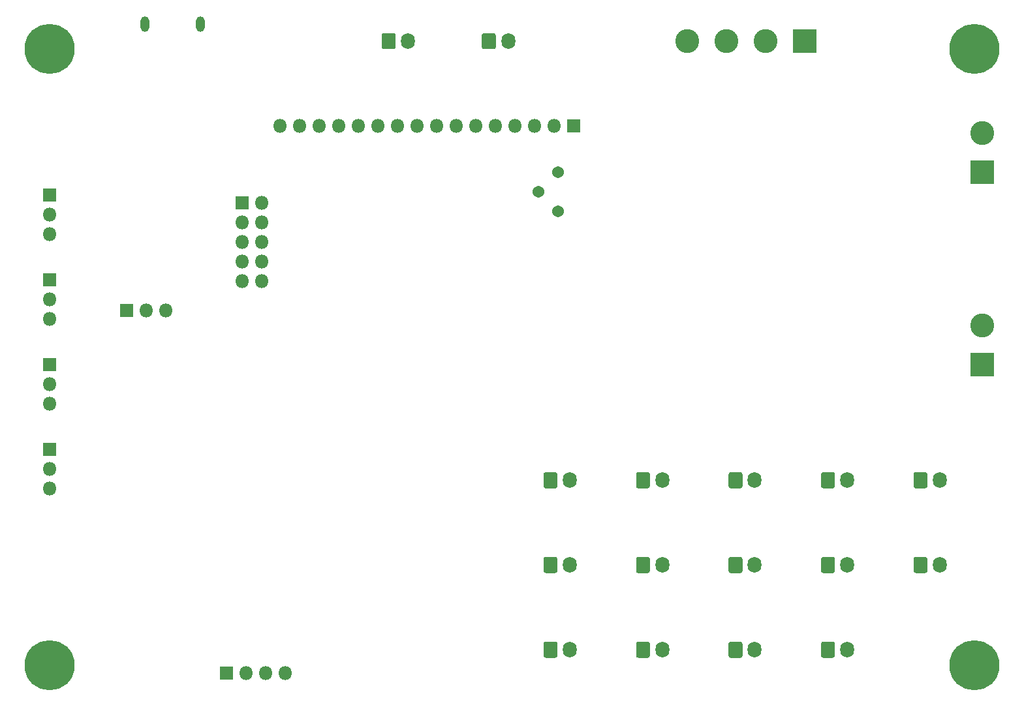
<source format=gbr>
%TF.GenerationSoftware,KiCad,Pcbnew,(5.1.5-131-g305ed0b65)-1*%
%TF.CreationDate,2021-01-25T18:11:24+08:00*%
%TF.ProjectId,OpenTEC,4f70656e-5445-4432-9e6b-696361645f70,rev?*%
%TF.SameCoordinates,Original*%
%TF.FileFunction,Soldermask,Bot*%
%TF.FilePolarity,Negative*%
%FSLAX46Y46*%
G04 Gerber Fmt 4.6, Leading zero omitted, Abs format (unit mm)*
G04 Created by KiCad (PCBNEW (5.1.5-131-g305ed0b65)-1) date 2021-01-25 18:11:24*
%MOMM*%
%LPD*%
G01*
G04 APERTURE LIST*
%ADD10C,6.500000*%
%ADD11C,0.900000*%
%ADD12O,1.150000X2.000000*%
%ADD13C,3.100000*%
%ADD14R,3.100000X3.100000*%
%ADD15R,1.800000X1.800000*%
%ADD16O,1.800000X1.800000*%
%ADD17O,1.800000X2.100000*%
%ADD18C,1.540000*%
G04 APERTURE END LIST*
D10*
%TO.C,H1*%
X79000000Y-51000000D03*
D11*
X81400000Y-51000000D03*
X80697056Y-52697056D03*
X79000000Y-53400000D03*
X77302944Y-52697056D03*
X76600000Y-51000000D03*
X77302944Y-49302944D03*
X79000000Y-48600000D03*
X80697056Y-49302944D03*
%TD*%
%TO.C,H2*%
X200697056Y-49302944D03*
X199000000Y-48600000D03*
X197302944Y-49302944D03*
X196600000Y-51000000D03*
X197302944Y-52697056D03*
X199000000Y-53400000D03*
X200697056Y-52697056D03*
X201400000Y-51000000D03*
D10*
X199000000Y-51000000D03*
%TD*%
%TO.C,H3*%
X199000000Y-131000000D03*
D11*
X201400000Y-131000000D03*
X200697056Y-132697056D03*
X199000000Y-133400000D03*
X197302944Y-132697056D03*
X196600000Y-131000000D03*
X197302944Y-129302944D03*
X199000000Y-128600000D03*
X200697056Y-129302944D03*
%TD*%
%TO.C,H4*%
X80697056Y-129302944D03*
X79000000Y-128600000D03*
X77302944Y-129302944D03*
X76600000Y-131000000D03*
X77302944Y-132697056D03*
X79000000Y-133400000D03*
X80697056Y-132697056D03*
X81400000Y-131000000D03*
D10*
X79000000Y-131000000D03*
%TD*%
D12*
%TO.C,J1*%
X98575000Y-47800000D03*
X91425000Y-47800000D03*
%TD*%
D13*
%TO.C,J2*%
X171920000Y-50000000D03*
X166840000Y-50000000D03*
D14*
X177000000Y-50000000D03*
D13*
X161760000Y-50000000D03*
%TD*%
D15*
%TO.C,J3*%
X104000000Y-71000000D03*
D16*
X106540000Y-71000000D03*
X104000000Y-73540000D03*
X106540000Y-73540000D03*
X104000000Y-76080000D03*
X106540000Y-76080000D03*
X104000000Y-78620000D03*
X106540000Y-78620000D03*
X104000000Y-81160000D03*
X106540000Y-81160000D03*
%TD*%
D15*
%TO.C,J5*%
X102000000Y-132000000D03*
D16*
X104540000Y-132000000D03*
X107080000Y-132000000D03*
X109620000Y-132000000D03*
%TD*%
D15*
%TO.C,J6*%
X89000000Y-85000000D03*
D16*
X91540000Y-85000000D03*
X94080000Y-85000000D03*
%TD*%
D15*
%TO.C,J7*%
X79000000Y-70000000D03*
D16*
X79000000Y-72540000D03*
X79000000Y-75080000D03*
%TD*%
%TO.C,J8*%
X79000000Y-86080000D03*
X79000000Y-83540000D03*
D15*
X79000000Y-81000000D03*
%TD*%
%TO.C,J9*%
X79000000Y-92000000D03*
D16*
X79000000Y-94540000D03*
X79000000Y-97080000D03*
%TD*%
%TO.C,J10*%
X79000000Y-108080000D03*
X79000000Y-105540000D03*
D15*
X79000000Y-103000000D03*
%TD*%
D13*
%TO.C,J11*%
X200000000Y-61920000D03*
D14*
X200000000Y-67000000D03*
%TD*%
%TO.C,J12*%
X200000000Y-92000000D03*
D13*
X200000000Y-86920000D03*
%TD*%
D17*
%TO.C,J13*%
X125500000Y-50000000D03*
G36*
G01*
X122100000Y-50785294D02*
X122100000Y-49214706D01*
G75*
G02*
X122364706Y-48950000I264706J0D01*
G01*
X123635294Y-48950000D01*
G75*
G02*
X123900000Y-49214706I0J-264706D01*
G01*
X123900000Y-50785294D01*
G75*
G02*
X123635294Y-51050000I-264706J0D01*
G01*
X122364706Y-51050000D01*
G75*
G02*
X122100000Y-50785294I0J264706D01*
G01*
G37*
%TD*%
%TO.C,J14*%
G36*
G01*
X135100000Y-50785294D02*
X135100000Y-49214706D01*
G75*
G02*
X135364706Y-48950000I264706J0D01*
G01*
X136635294Y-48950000D01*
G75*
G02*
X136900000Y-49214706I0J-264706D01*
G01*
X136900000Y-50785294D01*
G75*
G02*
X136635294Y-51050000I-264706J0D01*
G01*
X135364706Y-51050000D01*
G75*
G02*
X135100000Y-50785294I0J264706D01*
G01*
G37*
X138500000Y-50000000D03*
%TD*%
%TO.C,J15*%
G36*
G01*
X143100000Y-107785294D02*
X143100000Y-106214706D01*
G75*
G02*
X143364706Y-105950000I264706J0D01*
G01*
X144635294Y-105950000D01*
G75*
G02*
X144900000Y-106214706I0J-264706D01*
G01*
X144900000Y-107785294D01*
G75*
G02*
X144635294Y-108050000I-264706J0D01*
G01*
X143364706Y-108050000D01*
G75*
G02*
X143100000Y-107785294I0J264706D01*
G01*
G37*
X146500000Y-107000000D03*
%TD*%
%TO.C,J16*%
X158500000Y-107000000D03*
G36*
G01*
X155100000Y-107785294D02*
X155100000Y-106214706D01*
G75*
G02*
X155364706Y-105950000I264706J0D01*
G01*
X156635294Y-105950000D01*
G75*
G02*
X156900000Y-106214706I0J-264706D01*
G01*
X156900000Y-107785294D01*
G75*
G02*
X156635294Y-108050000I-264706J0D01*
G01*
X155364706Y-108050000D01*
G75*
G02*
X155100000Y-107785294I0J264706D01*
G01*
G37*
%TD*%
%TO.C,J17*%
G36*
G01*
X167100000Y-107785294D02*
X167100000Y-106214706D01*
G75*
G02*
X167364706Y-105950000I264706J0D01*
G01*
X168635294Y-105950000D01*
G75*
G02*
X168900000Y-106214706I0J-264706D01*
G01*
X168900000Y-107785294D01*
G75*
G02*
X168635294Y-108050000I-264706J0D01*
G01*
X167364706Y-108050000D01*
G75*
G02*
X167100000Y-107785294I0J264706D01*
G01*
G37*
X170500000Y-107000000D03*
%TD*%
%TO.C,J18*%
X182500000Y-107000000D03*
G36*
G01*
X179100000Y-107785294D02*
X179100000Y-106214706D01*
G75*
G02*
X179364706Y-105950000I264706J0D01*
G01*
X180635294Y-105950000D01*
G75*
G02*
X180900000Y-106214706I0J-264706D01*
G01*
X180900000Y-107785294D01*
G75*
G02*
X180635294Y-108050000I-264706J0D01*
G01*
X179364706Y-108050000D01*
G75*
G02*
X179100000Y-107785294I0J264706D01*
G01*
G37*
%TD*%
%TO.C,J19*%
G36*
G01*
X191100000Y-107785294D02*
X191100000Y-106214706D01*
G75*
G02*
X191364706Y-105950000I264706J0D01*
G01*
X192635294Y-105950000D01*
G75*
G02*
X192900000Y-106214706I0J-264706D01*
G01*
X192900000Y-107785294D01*
G75*
G02*
X192635294Y-108050000I-264706J0D01*
G01*
X191364706Y-108050000D01*
G75*
G02*
X191100000Y-107785294I0J264706D01*
G01*
G37*
X194500000Y-107000000D03*
%TD*%
%TO.C,J20*%
X146500000Y-118000000D03*
G36*
G01*
X143100000Y-118785294D02*
X143100000Y-117214706D01*
G75*
G02*
X143364706Y-116950000I264706J0D01*
G01*
X144635294Y-116950000D01*
G75*
G02*
X144900000Y-117214706I0J-264706D01*
G01*
X144900000Y-118785294D01*
G75*
G02*
X144635294Y-119050000I-264706J0D01*
G01*
X143364706Y-119050000D01*
G75*
G02*
X143100000Y-118785294I0J264706D01*
G01*
G37*
%TD*%
%TO.C,J21*%
G36*
G01*
X155100000Y-118785294D02*
X155100000Y-117214706D01*
G75*
G02*
X155364706Y-116950000I264706J0D01*
G01*
X156635294Y-116950000D01*
G75*
G02*
X156900000Y-117214706I0J-264706D01*
G01*
X156900000Y-118785294D01*
G75*
G02*
X156635294Y-119050000I-264706J0D01*
G01*
X155364706Y-119050000D01*
G75*
G02*
X155100000Y-118785294I0J264706D01*
G01*
G37*
X158500000Y-118000000D03*
%TD*%
%TO.C,J22*%
X170500000Y-118000000D03*
G36*
G01*
X167100000Y-118785294D02*
X167100000Y-117214706D01*
G75*
G02*
X167364706Y-116950000I264706J0D01*
G01*
X168635294Y-116950000D01*
G75*
G02*
X168900000Y-117214706I0J-264706D01*
G01*
X168900000Y-118785294D01*
G75*
G02*
X168635294Y-119050000I-264706J0D01*
G01*
X167364706Y-119050000D01*
G75*
G02*
X167100000Y-118785294I0J264706D01*
G01*
G37*
%TD*%
%TO.C,J23*%
G36*
G01*
X179100000Y-118785294D02*
X179100000Y-117214706D01*
G75*
G02*
X179364706Y-116950000I264706J0D01*
G01*
X180635294Y-116950000D01*
G75*
G02*
X180900000Y-117214706I0J-264706D01*
G01*
X180900000Y-118785294D01*
G75*
G02*
X180635294Y-119050000I-264706J0D01*
G01*
X179364706Y-119050000D01*
G75*
G02*
X179100000Y-118785294I0J264706D01*
G01*
G37*
X182500000Y-118000000D03*
%TD*%
%TO.C,J24*%
X194500000Y-118000000D03*
G36*
G01*
X191100000Y-118785294D02*
X191100000Y-117214706D01*
G75*
G02*
X191364706Y-116950000I264706J0D01*
G01*
X192635294Y-116950000D01*
G75*
G02*
X192900000Y-117214706I0J-264706D01*
G01*
X192900000Y-118785294D01*
G75*
G02*
X192635294Y-119050000I-264706J0D01*
G01*
X191364706Y-119050000D01*
G75*
G02*
X191100000Y-118785294I0J264706D01*
G01*
G37*
%TD*%
%TO.C,J25*%
G36*
G01*
X143100000Y-129785294D02*
X143100000Y-128214706D01*
G75*
G02*
X143364706Y-127950000I264706J0D01*
G01*
X144635294Y-127950000D01*
G75*
G02*
X144900000Y-128214706I0J-264706D01*
G01*
X144900000Y-129785294D01*
G75*
G02*
X144635294Y-130050000I-264706J0D01*
G01*
X143364706Y-130050000D01*
G75*
G02*
X143100000Y-129785294I0J264706D01*
G01*
G37*
X146500000Y-129000000D03*
%TD*%
%TO.C,J26*%
X158500000Y-129000000D03*
G36*
G01*
X155100000Y-129785294D02*
X155100000Y-128214706D01*
G75*
G02*
X155364706Y-127950000I264706J0D01*
G01*
X156635294Y-127950000D01*
G75*
G02*
X156900000Y-128214706I0J-264706D01*
G01*
X156900000Y-129785294D01*
G75*
G02*
X156635294Y-130050000I-264706J0D01*
G01*
X155364706Y-130050000D01*
G75*
G02*
X155100000Y-129785294I0J264706D01*
G01*
G37*
%TD*%
%TO.C,J27*%
G36*
G01*
X167100000Y-129785294D02*
X167100000Y-128214706D01*
G75*
G02*
X167364706Y-127950000I264706J0D01*
G01*
X168635294Y-127950000D01*
G75*
G02*
X168900000Y-128214706I0J-264706D01*
G01*
X168900000Y-129785294D01*
G75*
G02*
X168635294Y-130050000I-264706J0D01*
G01*
X167364706Y-130050000D01*
G75*
G02*
X167100000Y-129785294I0J264706D01*
G01*
G37*
X170500000Y-129000000D03*
%TD*%
%TO.C,J28*%
X182500000Y-129000000D03*
G36*
G01*
X179100000Y-129785294D02*
X179100000Y-128214706D01*
G75*
G02*
X179364706Y-127950000I264706J0D01*
G01*
X180635294Y-127950000D01*
G75*
G02*
X180900000Y-128214706I0J-264706D01*
G01*
X180900000Y-129785294D01*
G75*
G02*
X180635294Y-130050000I-264706J0D01*
G01*
X179364706Y-130050000D01*
G75*
G02*
X179100000Y-129785294I0J264706D01*
G01*
G37*
%TD*%
D18*
%TO.C,RV1*%
X145000000Y-72080000D03*
X142460000Y-69540000D03*
X145000000Y-67000000D03*
%TD*%
D15*
%TO.C,J4*%
X147000000Y-61000000D03*
D16*
X144460000Y-61000000D03*
X141920000Y-61000000D03*
X139380000Y-61000000D03*
X136840000Y-61000000D03*
X134300000Y-61000000D03*
X131760000Y-61000000D03*
X129220000Y-61000000D03*
X126680000Y-61000000D03*
X124140000Y-61000000D03*
X121600000Y-61000000D03*
X119060000Y-61000000D03*
X116520000Y-61000000D03*
X113980000Y-61000000D03*
X111440000Y-61000000D03*
X108900000Y-61000000D03*
%TD*%
M02*

</source>
